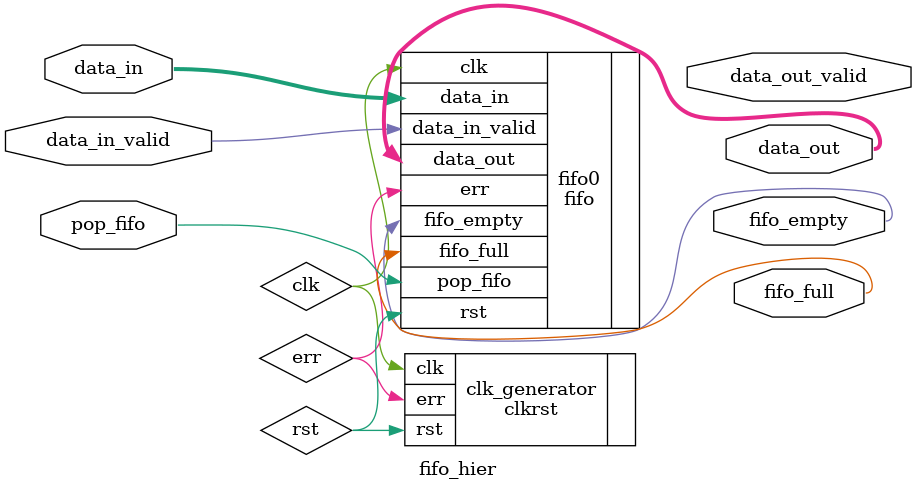
<source format=v>
/* $Author: karu $ */
/* $LastChangedDate: 2009-03-04 23:09:45 -0600 (Wed, 04 Mar 2009) $ */
/* $Rev: 45 $ */
// YOU SHALL NOT EDIT THIS FILE. ANY CHANGES TO THIS FILE WILL
// RESULT IN ZERO FOR THIS PROBLEM.

module fifo_hier(/*AUTOARG*/
   // Outputs
   data_out, fifo_empty, fifo_full, data_out_valid, 
   // Inputs
   data_in, data_in_valid, pop_fifo
   );

   input [63:0] data_in;
   input        data_in_valid;
   input        pop_fifo;

   output [63:0] data_out;
   output        fifo_empty;
   output        fifo_full;
   output        data_out_valid;

   clkrst clk_generator(.clk(clk),
                        .rst(rst),
                        .err(err) );

   fifo fifo0(/*AUTOINST*/
              // Outputs
              .data_out                 (data_out[63:0]),
              .fifo_empty               (fifo_empty),
              .fifo_full                (fifo_full),
              .err                      (err),
              // Inputs
              .data_in                  (data_in[63:0]),
              .data_in_valid            (data_in_valid),
              .pop_fifo                 (pop_fifo),
              .clk                      (clk),
              .rst                      (rst));
   
   


endmodule
// DUMMY LINE FOR REV CONTROL :1:

</source>
